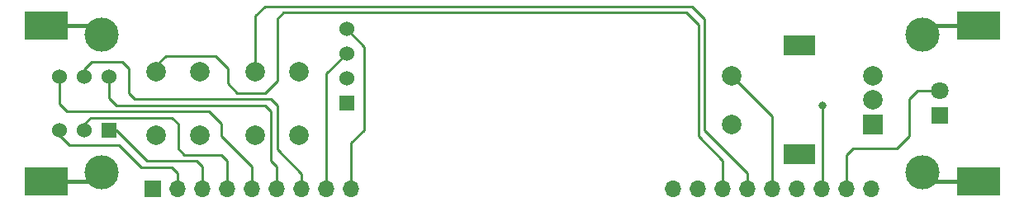
<source format=gtl>
G04 #@! TF.GenerationSoftware,KiCad,Pcbnew,(5.1.8)-1*
G04 #@! TF.CreationDate,2023-02-02T03:20:21+01:00*
G04 #@! TF.ProjectId,BulkyMIDI-32 Internal Panel,42756c6b-794d-4494-9449-2d333220496e,rev?*
G04 #@! TF.SameCoordinates,Original*
G04 #@! TF.FileFunction,Copper,L1,Top*
G04 #@! TF.FilePolarity,Positive*
%FSLAX46Y46*%
G04 Gerber Fmt 4.6, Leading zero omitted, Abs format (unit mm)*
G04 Created by KiCad (PCBNEW (5.1.8)-1) date 2023-02-02 03:20:21*
%MOMM*%
%LPD*%
G01*
G04 APERTURE LIST*
G04 #@! TA.AperFunction,ComponentPad*
%ADD10O,1.700000X1.700000*%
G04 #@! TD*
G04 #@! TA.AperFunction,ComponentPad*
%ADD11R,1.700000X1.700000*%
G04 #@! TD*
G04 #@! TA.AperFunction,ComponentPad*
%ADD12C,2.000000*%
G04 #@! TD*
G04 #@! TA.AperFunction,ComponentPad*
%ADD13R,3.200000X2.000000*%
G04 #@! TD*
G04 #@! TA.AperFunction,ComponentPad*
%ADD14R,2.000000X2.000000*%
G04 #@! TD*
G04 #@! TA.AperFunction,ComponentPad*
%ADD15C,3.500000*%
G04 #@! TD*
G04 #@! TA.AperFunction,ComponentPad*
%ADD16R,1.524000X1.524000*%
G04 #@! TD*
G04 #@! TA.AperFunction,ComponentPad*
%ADD17C,1.524000*%
G04 #@! TD*
G04 #@! TA.AperFunction,ComponentPad*
%ADD18R,1.800000X1.800000*%
G04 #@! TD*
G04 #@! TA.AperFunction,ComponentPad*
%ADD19C,1.800000*%
G04 #@! TD*
G04 #@! TA.AperFunction,SMDPad,CuDef*
%ADD20R,4.400000X3.000000*%
G04 #@! TD*
G04 #@! TA.AperFunction,ViaPad*
%ADD21C,0.800000*%
G04 #@! TD*
G04 #@! TA.AperFunction,Conductor*
%ADD22C,0.381000*%
G04 #@! TD*
G04 #@! TA.AperFunction,Conductor*
%ADD23C,0.250000*%
G04 #@! TD*
G04 APERTURE END LIST*
D10*
X187580000Y-98436000D03*
X185040000Y-98436000D03*
X182500000Y-98436000D03*
X179960000Y-98436000D03*
X177420000Y-98436000D03*
X174880000Y-98436000D03*
X172340000Y-98436000D03*
X169800000Y-98436000D03*
X167260000Y-98436000D03*
X134240000Y-98436000D03*
X131700000Y-98436000D03*
X129160000Y-98436000D03*
X126620000Y-98436000D03*
X124080000Y-98436000D03*
X121540000Y-98436000D03*
X119000000Y-98436000D03*
X116460000Y-98436000D03*
D11*
X113920000Y-98436000D03*
D12*
X124420000Y-86400000D03*
X128920000Y-86400000D03*
X124420000Y-92900000D03*
X128920000Y-92900000D03*
X114260000Y-86400000D03*
X118760000Y-86400000D03*
X114260000Y-92900000D03*
X118760000Y-92900000D03*
X173232500Y-86792000D03*
X173232500Y-91792000D03*
D13*
X180232500Y-83692000D03*
X180232500Y-94892000D03*
D12*
X187732500Y-86792000D03*
X187732500Y-89292000D03*
D14*
X187732500Y-91792000D03*
D15*
X108687500Y-96725000D03*
X108687500Y-82575000D03*
D16*
X133754300Y-89635000D03*
D17*
X133754300Y-87095000D03*
X133754300Y-84555000D03*
X133754300Y-82015000D03*
D18*
X194615000Y-90920000D03*
D19*
X194615000Y-88380000D03*
D15*
X192812500Y-96725000D03*
X192812500Y-82575000D03*
D17*
X104345500Y-92375000D03*
X106885500Y-92375000D03*
D16*
X109425500Y-92375000D03*
D17*
X109425500Y-86925000D03*
X106885500Y-86925000D03*
X104345500Y-86925000D03*
D20*
X102934500Y-81648500D03*
X102934500Y-97650500D03*
X198565500Y-81648500D03*
X198565500Y-97650500D03*
D21*
X182550000Y-89840000D03*
D22*
X107761000Y-81648500D02*
X108687500Y-82575000D01*
X102934500Y-81648500D02*
X107761000Y-81648500D01*
X107762000Y-97650500D02*
X108687500Y-96725000D01*
X102934500Y-97650500D02*
X107762000Y-97650500D01*
X193738000Y-97650500D02*
X192812500Y-96725000D01*
X198565500Y-97650500D02*
X193738000Y-97650500D01*
X193739000Y-81648500D02*
X192812500Y-82575000D01*
X198565500Y-81648500D02*
X193739000Y-81648500D01*
D23*
X185040000Y-98436000D02*
X185040000Y-94970000D01*
X185040000Y-94970000D02*
X185725000Y-94285000D01*
X185725000Y-94285000D02*
X190170000Y-94285000D01*
X190170000Y-94285000D02*
X191440000Y-93015000D01*
X191440000Y-93015000D02*
X191440000Y-89205000D01*
X192265000Y-88380000D02*
X194615000Y-88380000D01*
X191440000Y-89205000D02*
X192265000Y-88380000D01*
X177420000Y-90979500D02*
X173232500Y-86792000D01*
X177420000Y-98436000D02*
X177420000Y-90979500D01*
X182550000Y-98386000D02*
X182500000Y-98436000D01*
X182550000Y-89840000D02*
X182550000Y-98386000D01*
X131700000Y-86609300D02*
X133754300Y-84555000D01*
X131700000Y-98436000D02*
X131700000Y-86609300D01*
X135560000Y-92380000D02*
X135560000Y-83820700D01*
X135560000Y-83820700D02*
X133754300Y-82015000D01*
X134240000Y-93700000D02*
X135560000Y-92380000D01*
X134240000Y-98436000D02*
X134240000Y-93700000D01*
X172340000Y-95505000D02*
X172340000Y-98436000D01*
X169850000Y-93015000D02*
X172340000Y-95505000D01*
X114260000Y-86400000D02*
X114260000Y-85740000D01*
X114260000Y-85740000D02*
X115240000Y-84760000D01*
X115240000Y-84760000D02*
X120320000Y-84760000D01*
X120320000Y-84760000D02*
X121590000Y-86030000D01*
X121590000Y-86030000D02*
X121590000Y-87617500D01*
X168580000Y-80315000D02*
X169850000Y-81585000D01*
X122542500Y-88570000D02*
X125400000Y-88570000D01*
X121590000Y-87617500D02*
X122542500Y-88570000D01*
X125400000Y-88570000D02*
X126670000Y-87300000D01*
X126670000Y-87300000D02*
X126670000Y-80950000D01*
X127305000Y-80315000D02*
X168580000Y-80315000D01*
X126670000Y-80950000D02*
X127305000Y-80315000D01*
X169850000Y-81585000D02*
X169850000Y-93015000D01*
X174880000Y-96775000D02*
X174880000Y-97410000D01*
X170485000Y-92380000D02*
X174880000Y-96775000D01*
X174880000Y-97410000D02*
X174880000Y-98436000D01*
X170485000Y-80950000D02*
X170485000Y-92380000D01*
X169215000Y-79680000D02*
X170485000Y-80950000D01*
X125400000Y-79680000D02*
X169215000Y-79680000D01*
X124420000Y-80660000D02*
X125400000Y-79680000D01*
X124420000Y-86400000D02*
X124420000Y-80660000D01*
X116460000Y-96775000D02*
X116460000Y-98436000D01*
X115875000Y-96190000D02*
X116460000Y-96775000D01*
X112700000Y-96190000D02*
X115875000Y-96190000D01*
X105334000Y-93904000D02*
X110414000Y-93904000D01*
X110414000Y-93904000D02*
X112700000Y-96190000D01*
X104345500Y-92915500D02*
X105334000Y-93904000D01*
X104345500Y-92375000D02*
X104345500Y-92915500D01*
X120955000Y-94920000D02*
X121540000Y-95505000D01*
X117145000Y-94920000D02*
X120955000Y-94920000D01*
X116510000Y-94285000D02*
X117145000Y-94920000D01*
X121540000Y-95505000D02*
X121540000Y-98436000D01*
X116510000Y-91745000D02*
X116510000Y-94285000D01*
X115875000Y-91110000D02*
X116510000Y-91745000D01*
X107520500Y-91110000D02*
X115875000Y-91110000D01*
X106885500Y-91745000D02*
X107520500Y-91110000D01*
X106885500Y-92375000D02*
X106885500Y-91745000D01*
X110155000Y-92375000D02*
X109425500Y-92375000D01*
X113335000Y-95555000D02*
X110155000Y-92375000D01*
X118415000Y-95555000D02*
X113335000Y-95555000D01*
X119000000Y-96140000D02*
X118415000Y-95555000D01*
X119000000Y-98436000D02*
X119000000Y-96140000D01*
X110160000Y-89840000D02*
X109425500Y-89105500D01*
X125400000Y-89840000D02*
X110160000Y-89840000D01*
X126035000Y-90475000D02*
X125400000Y-89840000D01*
X126035000Y-95555000D02*
X126035000Y-90475000D01*
X126620000Y-96140000D02*
X126035000Y-95555000D01*
X109425500Y-89105500D02*
X109425500Y-86925000D01*
X126620000Y-98436000D02*
X126620000Y-96140000D01*
X126670000Y-94385000D02*
X129160000Y-96875000D01*
X126670000Y-89840000D02*
X126670000Y-94385000D01*
X126035000Y-89205000D02*
X126670000Y-89840000D01*
X112065000Y-89205000D02*
X126035000Y-89205000D01*
X111430000Y-88570000D02*
X112065000Y-89205000D01*
X129160000Y-96875000D02*
X129160000Y-98436000D01*
X110795000Y-85395000D02*
X111430000Y-86030000D01*
X107620000Y-85395000D02*
X110795000Y-85395000D01*
X106885500Y-86129500D02*
X107620000Y-85395000D01*
X111430000Y-86030000D02*
X111430000Y-88570000D01*
X106885500Y-86925000D02*
X106885500Y-86129500D01*
X120955000Y-93015000D02*
X124080000Y-96140000D01*
X124080000Y-97410000D02*
X124080000Y-98436000D01*
X120955000Y-91745000D02*
X120955000Y-93015000D01*
X119685000Y-90475000D02*
X120955000Y-91745000D01*
X105080000Y-90475000D02*
X119685000Y-90475000D01*
X124080000Y-96140000D02*
X124080000Y-97410000D01*
X104345500Y-89740500D02*
X105080000Y-90475000D01*
X104345500Y-86925000D02*
X104345500Y-89740500D01*
M02*

</source>
